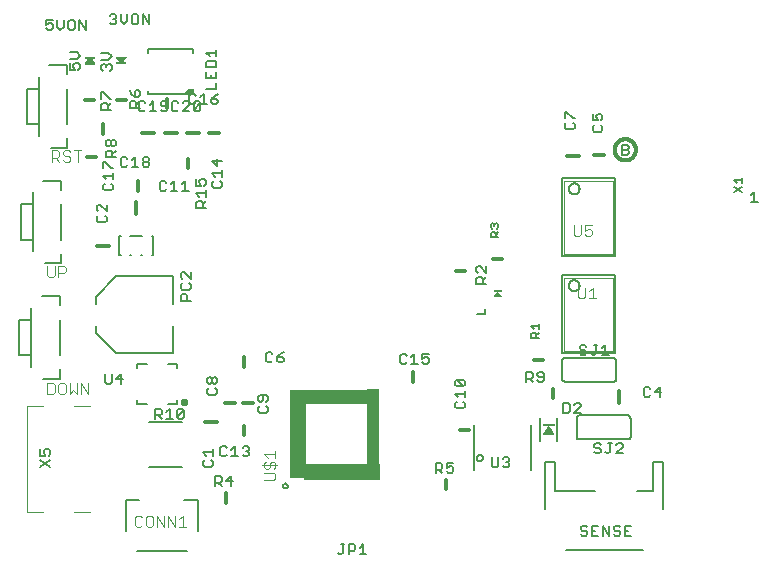
<source format=gbr>
G04 EAGLE Gerber RS-274X export*
G75*
%MOMM*%
%FSLAX34Y34*%
%LPD*%
%INSilkscreen Top*%
%IPPOS*%
%AMOC8*
5,1,8,0,0,1.08239X$1,22.5*%
G01*
%ADD10C,0.152400*%
%ADD11C,0.127000*%
%ADD12R,1.397000X7.556500*%
%ADD13R,6.477000X1.397000*%
%ADD14R,6.096000X1.270000*%
%ADD15R,1.016000X6.477000*%
%ADD16R,0.889000X0.190500*%
%ADD17C,0.304800*%
%ADD18C,0.177800*%
%ADD19C,0.203200*%
%ADD20C,0.076200*%
%ADD21C,0.101600*%
%ADD22C,0.050800*%
%ADD23R,1.000000X0.200000*%
%ADD24C,0.406400*%
%ADD25R,0.762000X0.127000*%

G36*
X80049Y416435D02*
X80049Y416435D01*
X80054Y416435D01*
X80170Y416461D01*
X80286Y416486D01*
X80290Y416488D01*
X80294Y416489D01*
X80396Y416550D01*
X80498Y416611D01*
X80501Y416614D01*
X80504Y416616D01*
X80619Y416738D01*
X84429Y421818D01*
X84437Y421834D01*
X84450Y421847D01*
X84494Y421943D01*
X84543Y422036D01*
X84546Y422054D01*
X84553Y422070D01*
X84565Y422175D01*
X84581Y422279D01*
X84578Y422297D01*
X84580Y422314D01*
X84558Y422417D01*
X84540Y422522D01*
X84532Y422537D01*
X84528Y422555D01*
X84474Y422645D01*
X84424Y422739D01*
X84411Y422751D01*
X84402Y422766D01*
X84322Y422835D01*
X84245Y422907D01*
X84228Y422914D01*
X84215Y422926D01*
X84117Y422965D01*
X84021Y423009D01*
X84003Y423011D01*
X83987Y423018D01*
X83820Y423036D01*
X76200Y423036D01*
X76182Y423033D01*
X76165Y423035D01*
X76061Y423014D01*
X75957Y422997D01*
X75942Y422988D01*
X75924Y422985D01*
X75833Y422931D01*
X75740Y422881D01*
X75728Y422869D01*
X75712Y422860D01*
X75643Y422780D01*
X75571Y422703D01*
X75563Y422687D01*
X75551Y422673D01*
X75511Y422576D01*
X75467Y422480D01*
X75465Y422462D01*
X75458Y422446D01*
X75451Y422340D01*
X75440Y422236D01*
X75444Y422218D01*
X75442Y422200D01*
X75470Y422098D01*
X75492Y421995D01*
X75501Y421980D01*
X75506Y421963D01*
X75591Y421818D01*
X79401Y416738D01*
X79404Y416735D01*
X79406Y416732D01*
X79493Y416650D01*
X79578Y416568D01*
X79582Y416566D01*
X79585Y416563D01*
X79694Y416513D01*
X79801Y416463D01*
X79805Y416463D01*
X79809Y416461D01*
X79927Y416448D01*
X80045Y416435D01*
X80049Y416435D01*
G37*
G36*
X57422Y416183D02*
X57422Y416183D01*
X57439Y416181D01*
X57543Y416202D01*
X57647Y416220D01*
X57662Y416228D01*
X57680Y416232D01*
X57771Y416285D01*
X57864Y416335D01*
X57876Y416347D01*
X57892Y416357D01*
X57961Y416436D01*
X58034Y416513D01*
X58041Y416529D01*
X58053Y416543D01*
X58093Y416640D01*
X58137Y416736D01*
X58139Y416754D01*
X58146Y416770D01*
X58153Y416876D01*
X58164Y416980D01*
X58160Y416998D01*
X58162Y417016D01*
X58134Y417118D01*
X58112Y417221D01*
X58103Y417236D01*
X58098Y417253D01*
X58013Y417398D01*
X54203Y422478D01*
X54200Y422481D01*
X54198Y422485D01*
X54111Y422566D01*
X54026Y422648D01*
X54022Y422650D01*
X54019Y422653D01*
X53910Y422703D01*
X53803Y422753D01*
X53799Y422753D01*
X53795Y422755D01*
X53677Y422768D01*
X53559Y422781D01*
X53555Y422781D01*
X53550Y422781D01*
X53434Y422755D01*
X53318Y422731D01*
X53314Y422728D01*
X53310Y422727D01*
X53208Y422666D01*
X53106Y422606D01*
X53103Y422602D01*
X53100Y422600D01*
X52985Y422478D01*
X49175Y417398D01*
X49167Y417382D01*
X49155Y417369D01*
X49110Y417273D01*
X49061Y417180D01*
X49058Y417162D01*
X49051Y417146D01*
X49039Y417041D01*
X49023Y416937D01*
X49026Y416919D01*
X49024Y416902D01*
X49046Y416799D01*
X49064Y416694D01*
X49072Y416679D01*
X49076Y416661D01*
X49130Y416571D01*
X49180Y416478D01*
X49193Y416465D01*
X49202Y416450D01*
X49282Y416381D01*
X49359Y416309D01*
X49376Y416302D01*
X49389Y416290D01*
X49487Y416251D01*
X49583Y416207D01*
X49601Y416205D01*
X49617Y416198D01*
X49784Y416180D01*
X57404Y416180D01*
X57422Y416183D01*
G37*
G36*
X141035Y390537D02*
X141035Y390537D01*
X141101Y390539D01*
X141144Y390557D01*
X141191Y390565D01*
X141248Y390599D01*
X141308Y390624D01*
X141343Y390655D01*
X141384Y390680D01*
X141426Y390731D01*
X141474Y390775D01*
X141496Y390817D01*
X141525Y390854D01*
X141546Y390916D01*
X141577Y390975D01*
X141585Y391029D01*
X141597Y391066D01*
X141596Y391106D01*
X141604Y391160D01*
X141604Y394970D01*
X141593Y395035D01*
X141591Y395101D01*
X141573Y395144D01*
X141565Y395191D01*
X141531Y395248D01*
X141506Y395308D01*
X141475Y395343D01*
X141450Y395384D01*
X141399Y395426D01*
X141355Y395474D01*
X141313Y395496D01*
X141276Y395525D01*
X141214Y395546D01*
X141155Y395577D01*
X141101Y395585D01*
X141064Y395597D01*
X141024Y395596D01*
X140970Y395604D01*
X137160Y395604D01*
X137118Y395597D01*
X137076Y395599D01*
X137009Y395577D01*
X136939Y395565D01*
X136903Y395543D01*
X136862Y395530D01*
X136789Y395476D01*
X136746Y395450D01*
X136743Y395447D01*
X136741Y395446D01*
X136731Y395433D01*
X136712Y395418D01*
X132902Y391608D01*
X132851Y391535D01*
X132795Y391466D01*
X132787Y391444D01*
X132773Y391424D01*
X132751Y391338D01*
X132723Y391254D01*
X132723Y391230D01*
X132718Y391207D01*
X132727Y391118D01*
X132729Y391029D01*
X132738Y391007D01*
X132741Y390984D01*
X132780Y390904D01*
X132814Y390822D01*
X132830Y390804D01*
X132840Y390783D01*
X132905Y390722D01*
X132965Y390656D01*
X132986Y390645D01*
X133003Y390629D01*
X133085Y390594D01*
X133165Y390553D01*
X133191Y390550D01*
X133210Y390541D01*
X133260Y390539D01*
X133350Y390526D01*
X140970Y390526D01*
X141035Y390537D01*
G37*
G36*
X444031Y104310D02*
X444031Y104310D01*
X444103Y104310D01*
X444171Y104330D01*
X444242Y104340D01*
X444307Y104369D01*
X444376Y104389D01*
X444436Y104427D01*
X444501Y104456D01*
X444556Y104502D01*
X444616Y104540D01*
X444664Y104594D01*
X444718Y104640D01*
X444758Y104699D01*
X444805Y104753D01*
X444836Y104817D01*
X444876Y104876D01*
X444897Y104945D01*
X444928Y105009D01*
X444940Y105079D01*
X444961Y105147D01*
X444963Y105219D01*
X444975Y105290D01*
X444967Y105360D01*
X444969Y105431D01*
X444950Y105501D01*
X444942Y105572D01*
X444917Y105627D01*
X444897Y105706D01*
X444836Y105809D01*
X444805Y105878D01*
X442805Y108878D01*
X442728Y108965D01*
X442655Y109055D01*
X442633Y109070D01*
X442615Y109090D01*
X442518Y109152D01*
X442423Y109219D01*
X442397Y109227D01*
X442375Y109242D01*
X442264Y109274D01*
X442154Y109312D01*
X442127Y109313D01*
X442102Y109320D01*
X441986Y109320D01*
X441870Y109326D01*
X441844Y109320D01*
X441817Y109320D01*
X441706Y109288D01*
X441593Y109262D01*
X441570Y109249D01*
X441544Y109241D01*
X441446Y109179D01*
X441345Y109123D01*
X441329Y109105D01*
X441304Y109090D01*
X441119Y108882D01*
X441115Y108878D01*
X439115Y105878D01*
X439084Y105814D01*
X439045Y105754D01*
X439023Y105686D01*
X438992Y105622D01*
X438980Y105551D01*
X438959Y105483D01*
X438957Y105412D01*
X438945Y105342D01*
X438953Y105270D01*
X438951Y105199D01*
X438969Y105130D01*
X438978Y105059D01*
X439005Y104993D01*
X439023Y104924D01*
X439060Y104863D01*
X439087Y104797D01*
X439132Y104741D01*
X439169Y104679D01*
X439220Y104630D01*
X439265Y104575D01*
X439324Y104534D01*
X439376Y104485D01*
X439439Y104452D01*
X439497Y104411D01*
X439565Y104388D01*
X439629Y104355D01*
X439688Y104345D01*
X439766Y104318D01*
X439885Y104312D01*
X439960Y104300D01*
X443960Y104300D01*
X444031Y104310D01*
G37*
G36*
X401349Y219716D02*
X401349Y219716D01*
X401379Y219713D01*
X401470Y219735D01*
X401563Y219751D01*
X401589Y219764D01*
X401618Y219771D01*
X401697Y219822D01*
X401780Y219866D01*
X401801Y219887D01*
X401826Y219903D01*
X401885Y219976D01*
X401950Y220044D01*
X401962Y220071D01*
X401981Y220094D01*
X402014Y220182D01*
X402053Y220267D01*
X402056Y220297D01*
X402067Y220324D01*
X402070Y220418D01*
X402080Y220511D01*
X402074Y220541D01*
X402075Y220570D01*
X402048Y220660D01*
X402028Y220752D01*
X402013Y220777D01*
X402004Y220806D01*
X401914Y220948D01*
X399374Y224123D01*
X399297Y224192D01*
X399224Y224265D01*
X399207Y224274D01*
X399192Y224287D01*
X399096Y224329D01*
X399004Y224375D01*
X398984Y224377D01*
X398966Y224385D01*
X398863Y224394D01*
X398760Y224408D01*
X398741Y224404D01*
X398721Y224406D01*
X398620Y224381D01*
X398518Y224362D01*
X398501Y224352D01*
X398482Y224348D01*
X398395Y224292D01*
X398304Y224241D01*
X398287Y224224D01*
X398274Y224216D01*
X398254Y224191D01*
X398186Y224123D01*
X395646Y220948D01*
X395631Y220922D01*
X395611Y220900D01*
X395571Y220815D01*
X395525Y220733D01*
X395519Y220704D01*
X395507Y220677D01*
X395497Y220584D01*
X395479Y220492D01*
X395483Y220462D01*
X395480Y220433D01*
X395500Y220341D01*
X395513Y220248D01*
X395526Y220221D01*
X395532Y220192D01*
X395580Y220112D01*
X395622Y220028D01*
X395643Y220007D01*
X395658Y219981D01*
X395730Y219920D01*
X395796Y219854D01*
X395822Y219841D01*
X395845Y219821D01*
X395932Y219786D01*
X396016Y219744D01*
X396046Y219740D01*
X396073Y219729D01*
X396240Y219711D01*
X401320Y219711D01*
X401349Y219716D01*
G37*
D10*
X613226Y305968D02*
X616107Y308849D01*
X616107Y300206D01*
X613226Y300206D02*
X618988Y300206D01*
D11*
X64340Y411015D02*
X62857Y412498D01*
X62857Y415464D01*
X64340Y416947D01*
X65823Y416947D01*
X67306Y415464D01*
X67306Y413981D01*
X67306Y415464D02*
X68789Y416947D01*
X70272Y416947D01*
X71755Y415464D01*
X71755Y412498D01*
X70272Y411015D01*
X68789Y420370D02*
X62857Y420370D01*
X68789Y420370D02*
X71755Y423336D01*
X68789Y426302D01*
X62857Y426302D01*
X36187Y417582D02*
X36187Y411650D01*
X40636Y411650D01*
X39153Y414616D01*
X39153Y416099D01*
X40636Y417582D01*
X43602Y417582D01*
X45085Y416099D01*
X45085Y413133D01*
X43602Y411650D01*
X42119Y421005D02*
X36187Y421005D01*
X42119Y421005D02*
X45085Y423971D01*
X42119Y426937D01*
X36187Y426937D01*
D12*
X229870Y103188D03*
D13*
X266700Y71120D03*
D14*
X262890Y135255D03*
D15*
X293370Y109220D03*
D16*
X53594Y421839D03*
D10*
X22062Y454159D02*
X16300Y454159D01*
X16300Y449838D01*
X19181Y451278D01*
X20622Y451278D01*
X22062Y449838D01*
X22062Y446957D01*
X20622Y445516D01*
X17741Y445516D01*
X16300Y446957D01*
X25655Y448397D02*
X25655Y454159D01*
X25655Y448397D02*
X28537Y445516D01*
X31418Y448397D01*
X31418Y454159D01*
X36451Y454159D02*
X39332Y454159D01*
X36451Y454159D02*
X35011Y452719D01*
X35011Y446957D01*
X36451Y445516D01*
X39332Y445516D01*
X40773Y446957D01*
X40773Y452719D01*
X39332Y454159D01*
X44366Y454159D02*
X44366Y445516D01*
X50128Y445516D02*
X44366Y454159D01*
X50128Y454159D02*
X50128Y445516D01*
D17*
X92710Y299720D02*
X92710Y289560D01*
D10*
X106930Y270990D02*
X106930Y254790D01*
X78490Y254790D02*
X78490Y270990D01*
X87490Y270990D02*
X97930Y270990D01*
X88430Y254790D02*
X87490Y254790D01*
X96990Y254790D02*
X97930Y254790D01*
X79430Y254790D02*
X78490Y254790D01*
X105990Y254790D02*
X106930Y254790D01*
X106930Y270990D02*
X105990Y270990D01*
X79430Y270990D02*
X78490Y270990D01*
D17*
X183515Y110680D02*
X183515Y102680D01*
D18*
X169551Y91700D02*
X168153Y93098D01*
X165357Y93098D01*
X163958Y91700D01*
X163958Y86107D01*
X165357Y84709D01*
X168153Y84709D01*
X169551Y86107D01*
X173314Y90302D02*
X176110Y93098D01*
X176110Y84709D01*
X173314Y84709D02*
X178906Y84709D01*
X182669Y91700D02*
X184067Y93098D01*
X186863Y93098D01*
X188262Y91700D01*
X188262Y90302D01*
X186863Y88904D01*
X185465Y88904D01*
X186863Y88904D02*
X188262Y87505D01*
X188262Y86107D01*
X186863Y84709D01*
X184067Y84709D01*
X182669Y86107D01*
D17*
X168275Y53530D02*
X168275Y45530D01*
D18*
X159344Y59309D02*
X159344Y67698D01*
X163538Y67698D01*
X164936Y66300D01*
X164936Y63504D01*
X163538Y62105D01*
X159344Y62105D01*
X162140Y62105D02*
X164936Y59309D01*
X172893Y59309D02*
X172893Y67698D01*
X168699Y63504D01*
X174292Y63504D01*
D19*
X378971Y73202D02*
X378971Y111202D01*
X426971Y111202D02*
X426971Y73202D01*
X381127Y83312D02*
X381129Y83412D01*
X381135Y83513D01*
X381145Y83612D01*
X381159Y83712D01*
X381176Y83811D01*
X381198Y83909D01*
X381224Y84006D01*
X381253Y84102D01*
X381286Y84196D01*
X381323Y84290D01*
X381363Y84382D01*
X381407Y84472D01*
X381455Y84560D01*
X381506Y84647D01*
X381560Y84731D01*
X381618Y84813D01*
X381679Y84893D01*
X381743Y84970D01*
X381810Y85045D01*
X381880Y85117D01*
X381953Y85186D01*
X382028Y85252D01*
X382106Y85316D01*
X382186Y85376D01*
X382269Y85433D01*
X382354Y85486D01*
X382441Y85536D01*
X382530Y85583D01*
X382620Y85626D01*
X382712Y85666D01*
X382806Y85702D01*
X382901Y85734D01*
X382997Y85762D01*
X383095Y85787D01*
X383193Y85807D01*
X383292Y85824D01*
X383392Y85837D01*
X383491Y85846D01*
X383592Y85851D01*
X383692Y85852D01*
X383792Y85849D01*
X383893Y85842D01*
X383992Y85831D01*
X384092Y85816D01*
X384190Y85798D01*
X384288Y85775D01*
X384385Y85748D01*
X384480Y85718D01*
X384575Y85684D01*
X384668Y85646D01*
X384759Y85605D01*
X384849Y85560D01*
X384937Y85512D01*
X385023Y85460D01*
X385107Y85405D01*
X385188Y85346D01*
X385267Y85284D01*
X385344Y85220D01*
X385418Y85152D01*
X385489Y85081D01*
X385558Y85008D01*
X385623Y84932D01*
X385686Y84853D01*
X385745Y84772D01*
X385801Y84689D01*
X385854Y84604D01*
X385903Y84516D01*
X385949Y84427D01*
X385991Y84336D01*
X386030Y84243D01*
X386065Y84149D01*
X386096Y84054D01*
X386124Y83957D01*
X386147Y83860D01*
X386167Y83761D01*
X386183Y83662D01*
X386195Y83563D01*
X386203Y83462D01*
X386207Y83362D01*
X386207Y83262D01*
X386203Y83162D01*
X386195Y83061D01*
X386183Y82962D01*
X386167Y82863D01*
X386147Y82764D01*
X386124Y82667D01*
X386096Y82570D01*
X386065Y82475D01*
X386030Y82381D01*
X385991Y82288D01*
X385949Y82197D01*
X385903Y82108D01*
X385854Y82020D01*
X385801Y81935D01*
X385745Y81852D01*
X385686Y81771D01*
X385623Y81692D01*
X385558Y81616D01*
X385489Y81543D01*
X385418Y81472D01*
X385344Y81404D01*
X385267Y81340D01*
X385188Y81278D01*
X385107Y81219D01*
X385023Y81164D01*
X384937Y81112D01*
X384849Y81064D01*
X384759Y81019D01*
X384668Y80978D01*
X384575Y80940D01*
X384480Y80906D01*
X384385Y80876D01*
X384288Y80849D01*
X384190Y80826D01*
X384092Y80808D01*
X383992Y80793D01*
X383893Y80782D01*
X383792Y80775D01*
X383692Y80772D01*
X383592Y80773D01*
X383491Y80778D01*
X383392Y80787D01*
X383292Y80800D01*
X383193Y80817D01*
X383095Y80837D01*
X382997Y80862D01*
X382901Y80890D01*
X382806Y80922D01*
X382712Y80958D01*
X382620Y80998D01*
X382530Y81041D01*
X382441Y81088D01*
X382354Y81138D01*
X382269Y81191D01*
X382186Y81248D01*
X382106Y81308D01*
X382028Y81372D01*
X381953Y81438D01*
X381880Y81507D01*
X381810Y81579D01*
X381743Y81654D01*
X381679Y81731D01*
X381618Y81811D01*
X381560Y81893D01*
X381506Y81977D01*
X381455Y82064D01*
X381407Y82152D01*
X381363Y82242D01*
X381323Y82334D01*
X381286Y82428D01*
X381253Y82522D01*
X381224Y82618D01*
X381198Y82715D01*
X381176Y82813D01*
X381159Y82912D01*
X381145Y83012D01*
X381135Y83111D01*
X381129Y83212D01*
X381127Y83312D01*
D18*
X393700Y83700D02*
X393700Y76709D01*
X395098Y75311D01*
X397895Y75311D01*
X399293Y76709D01*
X399293Y83700D01*
X403055Y82302D02*
X404453Y83700D01*
X407250Y83700D01*
X408648Y82302D01*
X408648Y80904D01*
X407250Y79506D01*
X405852Y79506D01*
X407250Y79506D02*
X408648Y78107D01*
X408648Y76709D01*
X407250Y75311D01*
X404453Y75311D01*
X403055Y76709D01*
D17*
X355219Y64833D02*
X355219Y56833D01*
D18*
X346288Y70612D02*
X346288Y79001D01*
X350482Y79001D01*
X351880Y77603D01*
X351880Y74807D01*
X350482Y73408D01*
X346288Y73408D01*
X349084Y73408D02*
X351880Y70612D01*
X355643Y79001D02*
X361236Y79001D01*
X355643Y79001D02*
X355643Y74807D01*
X358439Y76205D01*
X359837Y76205D01*
X361236Y74807D01*
X361236Y72010D01*
X359837Y70612D01*
X357041Y70612D01*
X355643Y72010D01*
D11*
X140920Y391210D02*
X140920Y394210D01*
X140920Y391210D02*
X102920Y391210D01*
X102920Y394210D01*
X140920Y426210D02*
X140920Y429210D01*
X102920Y429210D01*
X102920Y426210D01*
D18*
X152012Y395268D02*
X160401Y395268D01*
X160401Y400861D01*
X152012Y404623D02*
X152012Y410216D01*
X152012Y404623D02*
X160401Y404623D01*
X160401Y410216D01*
X156206Y407420D02*
X156206Y404623D01*
X152012Y413979D02*
X160401Y413979D01*
X160401Y418173D01*
X159003Y419571D01*
X153410Y419571D01*
X152012Y418173D01*
X152012Y413979D01*
X154808Y423334D02*
X152012Y426130D01*
X160401Y426130D01*
X160401Y423334D02*
X160401Y428927D01*
D11*
X217011Y59694D02*
X217013Y59784D01*
X217019Y59874D01*
X217029Y59963D01*
X217043Y60052D01*
X217061Y60140D01*
X217082Y60227D01*
X217108Y60313D01*
X217137Y60398D01*
X217170Y60482D01*
X217207Y60564D01*
X217247Y60644D01*
X217291Y60723D01*
X217338Y60799D01*
X217389Y60874D01*
X217442Y60946D01*
X217499Y61015D01*
X217559Y61082D01*
X217622Y61147D01*
X217688Y61208D01*
X217756Y61267D01*
X217827Y61322D01*
X217900Y61374D01*
X217976Y61423D01*
X218053Y61469D01*
X218133Y61511D01*
X218214Y61549D01*
X218297Y61584D01*
X218381Y61615D01*
X218467Y61643D01*
X218553Y61666D01*
X218641Y61686D01*
X218730Y61702D01*
X218819Y61714D01*
X218908Y61722D01*
X218998Y61726D01*
X219088Y61726D01*
X219178Y61722D01*
X219267Y61714D01*
X219356Y61702D01*
X219445Y61686D01*
X219533Y61666D01*
X219619Y61643D01*
X219705Y61615D01*
X219789Y61584D01*
X219872Y61549D01*
X219953Y61511D01*
X220033Y61469D01*
X220110Y61423D01*
X220186Y61374D01*
X220259Y61322D01*
X220330Y61267D01*
X220398Y61208D01*
X220464Y61147D01*
X220527Y61082D01*
X220587Y61015D01*
X220644Y60946D01*
X220697Y60874D01*
X220748Y60799D01*
X220795Y60723D01*
X220839Y60644D01*
X220879Y60564D01*
X220916Y60482D01*
X220949Y60398D01*
X220978Y60313D01*
X221004Y60227D01*
X221025Y60140D01*
X221043Y60052D01*
X221057Y59963D01*
X221067Y59874D01*
X221073Y59784D01*
X221075Y59694D01*
X221073Y59604D01*
X221067Y59514D01*
X221057Y59425D01*
X221043Y59336D01*
X221025Y59248D01*
X221004Y59161D01*
X220978Y59075D01*
X220949Y58990D01*
X220916Y58906D01*
X220879Y58824D01*
X220839Y58744D01*
X220795Y58665D01*
X220748Y58589D01*
X220697Y58514D01*
X220644Y58442D01*
X220587Y58373D01*
X220527Y58306D01*
X220464Y58241D01*
X220398Y58180D01*
X220330Y58121D01*
X220259Y58066D01*
X220186Y58014D01*
X220110Y57965D01*
X220033Y57919D01*
X219953Y57877D01*
X219872Y57839D01*
X219789Y57804D01*
X219705Y57773D01*
X219619Y57745D01*
X219533Y57722D01*
X219445Y57702D01*
X219356Y57686D01*
X219267Y57674D01*
X219178Y57666D01*
X219088Y57662D01*
X218998Y57662D01*
X218908Y57666D01*
X218819Y57674D01*
X218730Y57686D01*
X218641Y57702D01*
X218553Y57722D01*
X218467Y57745D01*
X218381Y57773D01*
X218297Y57804D01*
X218214Y57839D01*
X218133Y57877D01*
X218053Y57919D01*
X217976Y57965D01*
X217900Y58014D01*
X217827Y58066D01*
X217756Y58121D01*
X217688Y58180D01*
X217622Y58241D01*
X217559Y58306D01*
X217499Y58373D01*
X217442Y58442D01*
X217389Y58514D01*
X217338Y58589D01*
X217291Y58665D01*
X217247Y58744D01*
X217207Y58824D01*
X217170Y58906D01*
X217137Y58990D01*
X217108Y59075D01*
X217082Y59161D01*
X217061Y59248D01*
X217043Y59336D01*
X217029Y59425D01*
X217019Y59514D01*
X217013Y59604D01*
X217011Y59694D01*
D20*
X208944Y64625D02*
X201106Y64625D01*
X208944Y64625D02*
X210512Y66193D01*
X210512Y69328D01*
X208944Y70896D01*
X201106Y70896D01*
X208944Y73980D02*
X210512Y75548D01*
X210512Y78683D01*
X208944Y80251D01*
X207377Y80251D01*
X205809Y78683D01*
X205809Y75548D01*
X204241Y73980D01*
X202674Y73980D01*
X201106Y75548D01*
X201106Y78683D01*
X202674Y80251D01*
X199538Y77116D02*
X212080Y77116D01*
X204241Y83335D02*
X201106Y86471D01*
X210512Y86471D01*
X210512Y89606D02*
X210512Y83335D01*
D17*
X161036Y114137D02*
X150876Y114137D01*
D18*
X150616Y81588D02*
X149218Y80190D01*
X149218Y77394D01*
X150616Y75996D01*
X156209Y75996D01*
X157607Y77394D01*
X157607Y80190D01*
X156209Y81588D01*
X152014Y85351D02*
X149218Y88147D01*
X157607Y88147D01*
X157607Y85351D02*
X157607Y90943D01*
D17*
X183325Y129540D02*
X191325Y129540D01*
D18*
X195827Y125734D02*
X197225Y127132D01*
X195827Y125734D02*
X195827Y122937D01*
X197225Y121539D01*
X202818Y121539D01*
X204216Y122937D01*
X204216Y125734D01*
X202818Y127132D01*
X202818Y130894D02*
X204216Y132292D01*
X204216Y135089D01*
X202818Y136487D01*
X197225Y136487D01*
X195827Y135089D01*
X195827Y132292D01*
X197225Y130894D01*
X198623Y130894D01*
X200021Y132292D01*
X200021Y136487D01*
D17*
X176085Y129540D02*
X168085Y129540D01*
D18*
X154045Y142372D02*
X152647Y140974D01*
X152647Y138177D01*
X154045Y136779D01*
X159638Y136779D01*
X161036Y138177D01*
X161036Y140974D01*
X159638Y142372D01*
X154045Y146134D02*
X152647Y147532D01*
X152647Y150329D01*
X154045Y151727D01*
X155443Y151727D01*
X156841Y150329D01*
X158240Y151727D01*
X159638Y151727D01*
X161036Y150329D01*
X161036Y147532D01*
X159638Y146134D01*
X158240Y146134D01*
X156841Y147532D01*
X155443Y146134D01*
X154045Y146134D01*
X156841Y147532D02*
X156841Y150329D01*
D17*
X366704Y106598D02*
X374704Y106598D01*
D18*
X362696Y129462D02*
X364094Y130860D01*
X362696Y129462D02*
X362696Y126665D01*
X364094Y125267D01*
X369687Y125267D01*
X371085Y126665D01*
X371085Y129462D01*
X369687Y130860D01*
X365492Y134622D02*
X362696Y137419D01*
X371085Y137419D01*
X371085Y140215D02*
X371085Y134622D01*
X369687Y143978D02*
X364094Y143978D01*
X362696Y145376D01*
X362696Y148172D01*
X364094Y149570D01*
X369687Y149570D01*
X371085Y148172D01*
X371085Y145376D01*
X369687Y143978D01*
X364094Y149570D01*
D17*
X93980Y309690D02*
X93980Y317690D01*
D18*
X116844Y317888D02*
X118242Y316490D01*
X116844Y317888D02*
X114047Y317888D01*
X112649Y316490D01*
X112649Y310897D01*
X114047Y309499D01*
X116844Y309499D01*
X118242Y310897D01*
X122004Y315092D02*
X124801Y317888D01*
X124801Y309499D01*
X127597Y309499D02*
X122004Y309499D01*
X131359Y315092D02*
X134156Y317888D01*
X134156Y309499D01*
X136952Y309499D02*
X131359Y309499D01*
D17*
X154586Y358376D02*
X162586Y358376D01*
D18*
X158326Y317742D02*
X156928Y316344D01*
X156928Y313548D01*
X158326Y312149D01*
X163919Y312149D01*
X165317Y313548D01*
X165317Y316344D01*
X163919Y317742D01*
X159725Y321505D02*
X156928Y324301D01*
X165317Y324301D01*
X165317Y321505D02*
X165317Y327097D01*
X165317Y335054D02*
X156928Y335054D01*
X161123Y330860D01*
X161123Y336453D01*
D17*
X183778Y168709D02*
X183778Y160709D01*
D18*
X206642Y172717D02*
X208040Y171319D01*
X206642Y172717D02*
X203845Y172717D01*
X202447Y171319D01*
X202447Y165727D01*
X203845Y164328D01*
X206642Y164328D01*
X208040Y165727D01*
X214599Y171319D02*
X217395Y172717D01*
X214599Y171319D02*
X211802Y168523D01*
X211802Y165727D01*
X213200Y164328D01*
X215997Y164328D01*
X217395Y165727D01*
X217395Y167125D01*
X215997Y168523D01*
X211802Y168523D01*
D17*
X326662Y155892D02*
X326662Y147892D01*
D18*
X321588Y169932D02*
X320190Y171330D01*
X317394Y171330D01*
X315996Y169932D01*
X315996Y164339D01*
X317394Y162941D01*
X320190Y162941D01*
X321588Y164339D01*
X325351Y168534D02*
X328147Y171330D01*
X328147Y162941D01*
X325351Y162941D02*
X330943Y162941D01*
X334706Y171330D02*
X340299Y171330D01*
X334706Y171330D02*
X334706Y167136D01*
X337502Y168534D01*
X338900Y168534D01*
X340299Y167136D01*
X340299Y164339D01*
X338900Y162941D01*
X336104Y162941D01*
X334706Y164339D01*
D17*
X118872Y379286D02*
X118872Y387286D01*
D18*
X141736Y391294D02*
X143134Y389896D01*
X141736Y391294D02*
X138939Y391294D01*
X137541Y389896D01*
X137541Y384303D01*
X138939Y382905D01*
X141736Y382905D01*
X143134Y384303D01*
X146896Y388498D02*
X149693Y391294D01*
X149693Y382905D01*
X152489Y382905D02*
X146896Y382905D01*
X159048Y389896D02*
X161844Y391294D01*
X159048Y389896D02*
X156251Y387100D01*
X156251Y384303D01*
X157650Y382905D01*
X160446Y382905D01*
X161844Y384303D01*
X161844Y385701D01*
X160446Y387100D01*
X156251Y387100D01*
D17*
X58864Y338201D02*
X50864Y338201D01*
D18*
X66034Y315473D02*
X64636Y314075D01*
X64636Y311278D01*
X66034Y309880D01*
X71627Y309880D01*
X73025Y311278D01*
X73025Y314075D01*
X71627Y315473D01*
X67432Y319235D02*
X64636Y322032D01*
X73025Y322032D01*
X73025Y324828D02*
X73025Y319235D01*
X64636Y328590D02*
X64636Y334183D01*
X66034Y334183D01*
X71627Y328590D01*
X73025Y328590D01*
D17*
X136906Y328486D02*
X136906Y336486D01*
D18*
X143376Y295149D02*
X151765Y295149D01*
X143376Y295149D02*
X143376Y299344D01*
X144774Y300742D01*
X147570Y300742D01*
X148969Y299344D01*
X148969Y295149D01*
X148969Y297946D02*
X151765Y300742D01*
X146172Y304505D02*
X143376Y307301D01*
X151765Y307301D01*
X151765Y304505D02*
X151765Y310097D01*
X143376Y313860D02*
X143376Y319453D01*
X143376Y313860D02*
X147570Y313860D01*
X146172Y316656D01*
X146172Y318054D01*
X147570Y319453D01*
X150367Y319453D01*
X151765Y318054D01*
X151765Y315258D01*
X150367Y313860D01*
D17*
X107950Y358140D02*
X97790Y358140D01*
D18*
X83698Y338208D02*
X85096Y336810D01*
X83698Y338208D02*
X80902Y338208D01*
X79503Y336810D01*
X79503Y331217D01*
X80902Y329819D01*
X83698Y329819D01*
X85096Y331217D01*
X88859Y335412D02*
X91655Y338208D01*
X91655Y329819D01*
X88859Y329819D02*
X94451Y329819D01*
X98214Y336810D02*
X99612Y338208D01*
X102408Y338208D01*
X103807Y336810D01*
X103807Y335412D01*
X102408Y334014D01*
X103807Y332615D01*
X103807Y331217D01*
X102408Y329819D01*
X99612Y329819D01*
X98214Y331217D01*
X98214Y332615D01*
X99612Y334014D01*
X98214Y335412D01*
X98214Y336810D01*
X99612Y334014D02*
X102408Y334014D01*
D17*
X116840Y358140D02*
X127000Y358140D01*
D18*
X100336Y383800D02*
X98938Y385198D01*
X96142Y385198D01*
X94743Y383800D01*
X94743Y378207D01*
X96142Y376809D01*
X98938Y376809D01*
X100336Y378207D01*
X104099Y382402D02*
X106895Y385198D01*
X106895Y376809D01*
X104099Y376809D02*
X109691Y376809D01*
X113454Y378207D02*
X114852Y376809D01*
X117648Y376809D01*
X119047Y378207D01*
X119047Y383800D01*
X117648Y385198D01*
X114852Y385198D01*
X113454Y383800D01*
X113454Y382402D01*
X114852Y381004D01*
X119047Y381004D01*
D17*
X135890Y358140D02*
X146050Y358140D01*
D18*
X128276Y383800D02*
X126878Y385198D01*
X124082Y385198D01*
X122683Y383800D01*
X122683Y378207D01*
X124082Y376809D01*
X126878Y376809D01*
X128276Y378207D01*
X132039Y376809D02*
X137631Y376809D01*
X132039Y376809D02*
X137631Y382402D01*
X137631Y383800D01*
X136233Y385198D01*
X133437Y385198D01*
X132039Y383800D01*
X141394Y383800D02*
X141394Y378207D01*
X141394Y383800D02*
X142792Y385198D01*
X145588Y385198D01*
X146987Y383800D01*
X146987Y378207D01*
X145588Y376809D01*
X142792Y376809D01*
X141394Y378207D01*
X146987Y383800D01*
D19*
X131475Y75615D02*
X103475Y75615D01*
X103475Y113615D02*
X131475Y113615D01*
D18*
X108714Y116584D02*
X108714Y124973D01*
X112909Y124973D01*
X114307Y123575D01*
X114307Y120779D01*
X112909Y119380D01*
X108714Y119380D01*
X111510Y119380D02*
X114307Y116584D01*
X118069Y122177D02*
X120866Y124973D01*
X120866Y116584D01*
X123662Y116584D02*
X118069Y116584D01*
X127424Y117982D02*
X127424Y123575D01*
X128823Y124973D01*
X131619Y124973D01*
X133017Y123575D01*
X133017Y117982D01*
X131619Y116584D01*
X128823Y116584D01*
X127424Y117982D01*
X133017Y123575D01*
D21*
X53500Y127250D02*
X40000Y127250D01*
X40000Y37850D02*
X53500Y37850D01*
X0Y37850D02*
X0Y127250D01*
X13500Y127250D01*
X13500Y37850D02*
X0Y37850D01*
D18*
X11482Y75779D02*
X19871Y81372D01*
X19871Y75779D02*
X11482Y81372D01*
X11482Y85134D02*
X11482Y90727D01*
X11482Y85134D02*
X15676Y85134D01*
X14278Y87931D01*
X14278Y89329D01*
X15676Y90727D01*
X18473Y90727D01*
X19871Y89329D01*
X19871Y86532D01*
X18473Y85134D01*
D10*
X19130Y416000D02*
X34130Y416000D01*
X34130Y408000D01*
X34130Y396000D02*
X34130Y366000D01*
X34130Y354000D02*
X34130Y346000D01*
X20130Y346000D01*
X10130Y396000D02*
X10130Y406000D01*
X10130Y396000D02*
X10130Y366000D01*
X10130Y356000D01*
X10130Y396000D02*
X130Y396000D01*
X130Y366000D01*
X10130Y366000D01*
D20*
X21301Y343697D02*
X21301Y334291D01*
X21301Y343697D02*
X26004Y343697D01*
X27572Y342129D01*
X27572Y338994D01*
X26004Y337426D01*
X21301Y337426D01*
X24436Y337426D02*
X27572Y334291D01*
X36927Y342129D02*
X35359Y343697D01*
X32224Y343697D01*
X30656Y342129D01*
X30656Y340562D01*
X32224Y338994D01*
X35359Y338994D01*
X36927Y337426D01*
X36927Y335859D01*
X35359Y334291D01*
X32224Y334291D01*
X30656Y335859D01*
X43147Y334291D02*
X43147Y343697D01*
X46282Y343697D02*
X40011Y343697D01*
D10*
X29050Y318210D02*
X14050Y318210D01*
X29050Y318210D02*
X29050Y310210D01*
X29050Y298210D02*
X29050Y268210D01*
X29050Y256210D02*
X29050Y248210D01*
X15050Y248210D01*
X5050Y298210D02*
X5050Y308210D01*
X5050Y298210D02*
X5050Y268210D01*
X5050Y258210D01*
X5050Y298210D02*
X-4950Y298210D01*
X-4950Y268210D01*
X5050Y268210D01*
D20*
X17491Y245907D02*
X17491Y238069D01*
X19059Y236501D01*
X22194Y236501D01*
X23762Y238069D01*
X23762Y245907D01*
X26846Y245907D02*
X26846Y236501D01*
X26846Y245907D02*
X31549Y245907D01*
X33117Y244339D01*
X33117Y241204D01*
X31549Y239636D01*
X26846Y239636D01*
D10*
X27780Y220420D02*
X12780Y220420D01*
X27780Y220420D02*
X27780Y212420D01*
X27780Y200420D02*
X27780Y170420D01*
X27780Y158420D02*
X27780Y150420D01*
X13780Y150420D01*
X3780Y200420D02*
X3780Y210420D01*
X3780Y200420D02*
X3780Y170420D01*
X3780Y160420D01*
X3780Y200420D02*
X-6220Y200420D01*
X-6220Y170420D01*
X3780Y170420D01*
D20*
X17491Y146847D02*
X17491Y137441D01*
X22194Y137441D01*
X23762Y139009D01*
X23762Y145279D01*
X22194Y146847D01*
X17491Y146847D01*
X28414Y146847D02*
X31549Y146847D01*
X28414Y146847D02*
X26846Y145279D01*
X26846Y139009D01*
X28414Y137441D01*
X31549Y137441D01*
X33117Y139009D01*
X33117Y145279D01*
X31549Y146847D01*
X36201Y146847D02*
X36201Y137441D01*
X39337Y140576D01*
X42472Y137441D01*
X42472Y146847D01*
X45557Y146847D02*
X45557Y137441D01*
X51827Y137441D02*
X45557Y146847D01*
X51827Y146847D02*
X51827Y137441D01*
D16*
X80010Y417378D03*
D18*
X70104Y457460D02*
X71502Y458858D01*
X74299Y458858D01*
X75697Y457460D01*
X75697Y456062D01*
X74299Y454664D01*
X72900Y454664D01*
X74299Y454664D02*
X75697Y453265D01*
X75697Y451867D01*
X74299Y450469D01*
X71502Y450469D01*
X70104Y451867D01*
X79459Y453265D02*
X79459Y458858D01*
X79459Y453265D02*
X82256Y450469D01*
X85052Y453265D01*
X85052Y458858D01*
X90213Y458858D02*
X93009Y458858D01*
X90213Y458858D02*
X88814Y457460D01*
X88814Y451867D01*
X90213Y450469D01*
X93009Y450469D01*
X94407Y451867D01*
X94407Y457460D01*
X93009Y458858D01*
X98170Y458858D02*
X98170Y450469D01*
X103762Y450469D02*
X98170Y458858D01*
X103762Y458858D02*
X103762Y450469D01*
D17*
X363030Y241300D02*
X371030Y241300D01*
D18*
X380612Y230759D02*
X389001Y230759D01*
X380612Y230759D02*
X380612Y234954D01*
X382010Y236352D01*
X384806Y236352D01*
X386205Y234954D01*
X386205Y230759D01*
X386205Y233555D02*
X389001Y236352D01*
X389001Y240114D02*
X389001Y245707D01*
X389001Y240114D02*
X383408Y245707D01*
X382010Y245707D01*
X380612Y244309D01*
X380612Y241512D01*
X382010Y240114D01*
D17*
X84010Y386080D02*
X76010Y386080D01*
D18*
X87242Y379689D02*
X95631Y379689D01*
X87242Y379689D02*
X87242Y383883D01*
X88640Y385281D01*
X91436Y385281D01*
X92835Y383883D01*
X92835Y379689D01*
X92835Y382485D02*
X95631Y385281D01*
X88640Y391840D02*
X87242Y394637D01*
X88640Y391840D02*
X91436Y389044D01*
X94233Y389044D01*
X95631Y390442D01*
X95631Y393238D01*
X94233Y394637D01*
X92835Y394637D01*
X91436Y393238D01*
X91436Y389044D01*
D17*
X57340Y386080D02*
X49340Y386080D01*
D18*
X63112Y378079D02*
X71501Y378079D01*
X63112Y378079D02*
X63112Y382274D01*
X64510Y383672D01*
X67306Y383672D01*
X68705Y382274D01*
X68705Y378079D01*
X68705Y380875D02*
X71501Y383672D01*
X63112Y387434D02*
X63112Y393027D01*
X64510Y393027D01*
X70103Y387434D01*
X71501Y387434D01*
D17*
X69850Y262890D02*
X59690Y262890D01*
D18*
X59302Y287024D02*
X60700Y288422D01*
X59302Y287024D02*
X59302Y284227D01*
X60700Y282829D01*
X66293Y282829D01*
X67691Y284227D01*
X67691Y287024D01*
X66293Y288422D01*
X67691Y292184D02*
X67691Y297777D01*
X67691Y292184D02*
X62098Y297777D01*
X60700Y297777D01*
X59302Y296379D01*
X59302Y293582D01*
X60700Y292184D01*
D19*
X123940Y194970D02*
X123940Y171970D01*
X75940Y171970D01*
X58940Y188970D01*
X58940Y194970D01*
X58940Y213970D02*
X58940Y219970D01*
X75940Y236970D01*
X123940Y236970D01*
X123940Y213970D01*
D18*
X130262Y216383D02*
X138651Y216383D01*
X130262Y216383D02*
X130262Y220578D01*
X131660Y221976D01*
X134456Y221976D01*
X135855Y220578D01*
X135855Y216383D01*
X130262Y229933D02*
X131660Y231331D01*
X130262Y229933D02*
X130262Y227137D01*
X131660Y225739D01*
X137253Y225739D01*
X138651Y227137D01*
X138651Y229933D01*
X137253Y231331D01*
X138651Y235094D02*
X138651Y240687D01*
X138651Y235094D02*
X133058Y240687D01*
X131660Y240687D01*
X130262Y239288D01*
X130262Y236492D01*
X131660Y235094D01*
D17*
X64770Y357950D02*
X64770Y365950D01*
D18*
X66922Y337779D02*
X75311Y337779D01*
X66922Y337779D02*
X66922Y341973D01*
X68320Y343371D01*
X71116Y343371D01*
X72515Y341973D01*
X72515Y337779D01*
X72515Y340575D02*
X75311Y343371D01*
X68320Y347134D02*
X66922Y348532D01*
X66922Y351328D01*
X68320Y352727D01*
X69718Y352727D01*
X71116Y351328D01*
X72515Y352727D01*
X73913Y352727D01*
X75311Y351328D01*
X75311Y348532D01*
X73913Y347134D01*
X72515Y347134D01*
X71116Y348532D01*
X69718Y347134D01*
X68320Y347134D01*
X71116Y348532D02*
X71116Y351328D01*
D10*
X452787Y238251D02*
X452787Y171959D01*
X498443Y171959D01*
X498443Y238251D01*
X452787Y238251D01*
D22*
X455073Y235965D02*
X455073Y174245D01*
X496157Y174245D01*
X496157Y235965D01*
X455073Y235965D01*
D10*
X458851Y229361D02*
X458853Y229496D01*
X458859Y229631D01*
X458869Y229765D01*
X458883Y229899D01*
X458901Y230033D01*
X458922Y230166D01*
X458948Y230298D01*
X458978Y230430D01*
X459011Y230561D01*
X459048Y230690D01*
X459090Y230819D01*
X459134Y230946D01*
X459183Y231072D01*
X459235Y231196D01*
X459291Y231319D01*
X459351Y231440D01*
X459414Y231559D01*
X459480Y231676D01*
X459550Y231791D01*
X459624Y231905D01*
X459701Y232016D01*
X459780Y232124D01*
X459864Y232230D01*
X459950Y232334D01*
X460039Y232435D01*
X460131Y232534D01*
X460226Y232629D01*
X460324Y232722D01*
X460424Y232812D01*
X460527Y232899D01*
X460633Y232983D01*
X460741Y233064D01*
X460851Y233141D01*
X460964Y233215D01*
X461079Y233286D01*
X461196Y233354D01*
X461314Y233418D01*
X461435Y233478D01*
X461557Y233535D01*
X461681Y233588D01*
X461807Y233638D01*
X461933Y233684D01*
X462062Y233726D01*
X462191Y233764D01*
X462321Y233798D01*
X462453Y233829D01*
X462585Y233856D01*
X462718Y233878D01*
X462851Y233897D01*
X462985Y233912D01*
X463120Y233923D01*
X463254Y233930D01*
X463389Y233933D01*
X463524Y233932D01*
X463659Y233927D01*
X463793Y233918D01*
X463928Y233905D01*
X464062Y233888D01*
X464195Y233867D01*
X464327Y233843D01*
X464459Y233814D01*
X464590Y233782D01*
X464720Y233745D01*
X464849Y233705D01*
X464976Y233661D01*
X465102Y233613D01*
X465227Y233562D01*
X465350Y233507D01*
X465472Y233448D01*
X465591Y233386D01*
X465709Y233320D01*
X465825Y233251D01*
X465938Y233179D01*
X466050Y233103D01*
X466159Y233024D01*
X466266Y232942D01*
X466370Y232856D01*
X466472Y232768D01*
X466571Y232676D01*
X466668Y232582D01*
X466761Y232485D01*
X466852Y232385D01*
X466940Y232283D01*
X467024Y232178D01*
X467106Y232070D01*
X467184Y231960D01*
X467259Y231848D01*
X467331Y231734D01*
X467399Y231618D01*
X467464Y231499D01*
X467525Y231379D01*
X467583Y231257D01*
X467637Y231134D01*
X467688Y231009D01*
X467734Y230882D01*
X467777Y230755D01*
X467817Y230626D01*
X467852Y230495D01*
X467884Y230364D01*
X467911Y230232D01*
X467935Y230100D01*
X467955Y229966D01*
X467971Y229832D01*
X467983Y229698D01*
X467991Y229563D01*
X467995Y229428D01*
X467995Y229294D01*
X467991Y229159D01*
X467983Y229024D01*
X467971Y228890D01*
X467955Y228756D01*
X467935Y228622D01*
X467911Y228490D01*
X467884Y228358D01*
X467852Y228227D01*
X467817Y228096D01*
X467777Y227967D01*
X467734Y227840D01*
X467688Y227713D01*
X467637Y227588D01*
X467583Y227465D01*
X467525Y227343D01*
X467464Y227223D01*
X467399Y227104D01*
X467331Y226988D01*
X467259Y226874D01*
X467184Y226762D01*
X467106Y226652D01*
X467024Y226544D01*
X466940Y226439D01*
X466852Y226337D01*
X466761Y226237D01*
X466668Y226140D01*
X466571Y226046D01*
X466472Y225954D01*
X466370Y225866D01*
X466266Y225780D01*
X466159Y225698D01*
X466050Y225619D01*
X465938Y225543D01*
X465825Y225471D01*
X465709Y225402D01*
X465591Y225336D01*
X465472Y225274D01*
X465350Y225215D01*
X465227Y225160D01*
X465102Y225109D01*
X464976Y225061D01*
X464849Y225017D01*
X464720Y224977D01*
X464590Y224940D01*
X464459Y224908D01*
X464327Y224879D01*
X464195Y224855D01*
X464062Y224834D01*
X463928Y224817D01*
X463793Y224804D01*
X463659Y224795D01*
X463524Y224790D01*
X463389Y224789D01*
X463254Y224792D01*
X463120Y224799D01*
X462985Y224810D01*
X462851Y224825D01*
X462718Y224844D01*
X462585Y224866D01*
X462453Y224893D01*
X462321Y224924D01*
X462191Y224958D01*
X462062Y224996D01*
X461933Y225038D01*
X461807Y225084D01*
X461681Y225134D01*
X461557Y225187D01*
X461435Y225244D01*
X461314Y225304D01*
X461196Y225368D01*
X461079Y225436D01*
X460964Y225507D01*
X460851Y225581D01*
X460741Y225658D01*
X460633Y225739D01*
X460527Y225823D01*
X460424Y225910D01*
X460324Y226000D01*
X460226Y226093D01*
X460131Y226188D01*
X460039Y226287D01*
X459950Y226388D01*
X459864Y226492D01*
X459780Y226598D01*
X459701Y226706D01*
X459624Y226817D01*
X459550Y226931D01*
X459480Y227046D01*
X459414Y227163D01*
X459351Y227282D01*
X459291Y227403D01*
X459235Y227526D01*
X459183Y227650D01*
X459134Y227776D01*
X459090Y227903D01*
X459048Y228032D01*
X459011Y228161D01*
X458978Y228292D01*
X458948Y228424D01*
X458922Y228556D01*
X458901Y228689D01*
X458883Y228823D01*
X458869Y228957D01*
X458859Y229091D01*
X458853Y229226D01*
X458851Y229361D01*
D21*
X466725Y227591D02*
X466725Y219964D01*
X468250Y218439D01*
X471301Y218439D01*
X472826Y219964D01*
X472826Y227591D01*
X476080Y224540D02*
X479131Y227591D01*
X479131Y218439D01*
X482181Y218439D02*
X476080Y218439D01*
D10*
X452787Y253874D02*
X452787Y320166D01*
X452787Y253874D02*
X498443Y253874D01*
X498443Y320166D01*
X452787Y320166D01*
D22*
X455073Y317880D02*
X455073Y256160D01*
X496157Y256160D01*
X496157Y317880D01*
X455073Y317880D01*
D10*
X458851Y311276D02*
X458853Y311411D01*
X458859Y311546D01*
X458869Y311680D01*
X458883Y311814D01*
X458901Y311948D01*
X458922Y312081D01*
X458948Y312213D01*
X458978Y312345D01*
X459011Y312476D01*
X459048Y312605D01*
X459090Y312734D01*
X459134Y312861D01*
X459183Y312987D01*
X459235Y313111D01*
X459291Y313234D01*
X459351Y313355D01*
X459414Y313474D01*
X459480Y313591D01*
X459550Y313706D01*
X459624Y313820D01*
X459701Y313931D01*
X459780Y314039D01*
X459864Y314145D01*
X459950Y314249D01*
X460039Y314350D01*
X460131Y314449D01*
X460226Y314544D01*
X460324Y314637D01*
X460424Y314727D01*
X460527Y314814D01*
X460633Y314898D01*
X460741Y314979D01*
X460851Y315056D01*
X460964Y315130D01*
X461079Y315201D01*
X461196Y315269D01*
X461314Y315333D01*
X461435Y315393D01*
X461557Y315450D01*
X461681Y315503D01*
X461807Y315553D01*
X461933Y315599D01*
X462062Y315641D01*
X462191Y315679D01*
X462321Y315713D01*
X462453Y315744D01*
X462585Y315771D01*
X462718Y315793D01*
X462851Y315812D01*
X462985Y315827D01*
X463120Y315838D01*
X463254Y315845D01*
X463389Y315848D01*
X463524Y315847D01*
X463659Y315842D01*
X463793Y315833D01*
X463928Y315820D01*
X464062Y315803D01*
X464195Y315782D01*
X464327Y315758D01*
X464459Y315729D01*
X464590Y315697D01*
X464720Y315660D01*
X464849Y315620D01*
X464976Y315576D01*
X465102Y315528D01*
X465227Y315477D01*
X465350Y315422D01*
X465472Y315363D01*
X465591Y315301D01*
X465709Y315235D01*
X465825Y315166D01*
X465938Y315094D01*
X466050Y315018D01*
X466159Y314939D01*
X466266Y314857D01*
X466370Y314771D01*
X466472Y314683D01*
X466571Y314591D01*
X466668Y314497D01*
X466761Y314400D01*
X466852Y314300D01*
X466940Y314198D01*
X467024Y314093D01*
X467106Y313985D01*
X467184Y313875D01*
X467259Y313763D01*
X467331Y313649D01*
X467399Y313533D01*
X467464Y313414D01*
X467525Y313294D01*
X467583Y313172D01*
X467637Y313049D01*
X467688Y312924D01*
X467734Y312797D01*
X467777Y312670D01*
X467817Y312541D01*
X467852Y312410D01*
X467884Y312279D01*
X467911Y312147D01*
X467935Y312015D01*
X467955Y311881D01*
X467971Y311747D01*
X467983Y311613D01*
X467991Y311478D01*
X467995Y311343D01*
X467995Y311209D01*
X467991Y311074D01*
X467983Y310939D01*
X467971Y310805D01*
X467955Y310671D01*
X467935Y310537D01*
X467911Y310405D01*
X467884Y310273D01*
X467852Y310142D01*
X467817Y310011D01*
X467777Y309882D01*
X467734Y309755D01*
X467688Y309628D01*
X467637Y309503D01*
X467583Y309380D01*
X467525Y309258D01*
X467464Y309138D01*
X467399Y309019D01*
X467331Y308903D01*
X467259Y308789D01*
X467184Y308677D01*
X467106Y308567D01*
X467024Y308459D01*
X466940Y308354D01*
X466852Y308252D01*
X466761Y308152D01*
X466668Y308055D01*
X466571Y307961D01*
X466472Y307869D01*
X466370Y307781D01*
X466266Y307695D01*
X466159Y307613D01*
X466050Y307534D01*
X465938Y307458D01*
X465825Y307386D01*
X465709Y307317D01*
X465591Y307251D01*
X465472Y307189D01*
X465350Y307130D01*
X465227Y307075D01*
X465102Y307024D01*
X464976Y306976D01*
X464849Y306932D01*
X464720Y306892D01*
X464590Y306855D01*
X464459Y306823D01*
X464327Y306794D01*
X464195Y306770D01*
X464062Y306749D01*
X463928Y306732D01*
X463793Y306719D01*
X463659Y306710D01*
X463524Y306705D01*
X463389Y306704D01*
X463254Y306707D01*
X463120Y306714D01*
X462985Y306725D01*
X462851Y306740D01*
X462718Y306759D01*
X462585Y306781D01*
X462453Y306808D01*
X462321Y306839D01*
X462191Y306873D01*
X462062Y306911D01*
X461933Y306953D01*
X461807Y306999D01*
X461681Y307049D01*
X461557Y307102D01*
X461435Y307159D01*
X461314Y307219D01*
X461196Y307283D01*
X461079Y307351D01*
X460964Y307422D01*
X460851Y307496D01*
X460741Y307573D01*
X460633Y307654D01*
X460527Y307738D01*
X460424Y307825D01*
X460324Y307915D01*
X460226Y308008D01*
X460131Y308103D01*
X460039Y308202D01*
X459950Y308303D01*
X459864Y308407D01*
X459780Y308513D01*
X459701Y308621D01*
X459624Y308732D01*
X459550Y308846D01*
X459480Y308961D01*
X459414Y309078D01*
X459351Y309197D01*
X459291Y309318D01*
X459235Y309441D01*
X459183Y309565D01*
X459134Y309691D01*
X459090Y309818D01*
X459048Y309947D01*
X459011Y310076D01*
X458978Y310207D01*
X458948Y310339D01*
X458922Y310471D01*
X458901Y310604D01*
X458883Y310738D01*
X458869Y310872D01*
X458859Y311006D01*
X458853Y311141D01*
X458851Y311276D01*
D21*
X462915Y280296D02*
X462915Y272669D01*
X464440Y271144D01*
X467491Y271144D01*
X469016Y272669D01*
X469016Y280296D01*
X472270Y280296D02*
X478371Y280296D01*
X472270Y280296D02*
X472270Y275720D01*
X475321Y277245D01*
X476846Y277245D01*
X478371Y275720D01*
X478371Y272669D01*
X476846Y271144D01*
X473795Y271144D01*
X472270Y272669D01*
D19*
X455930Y147955D02*
X496570Y147955D01*
X499110Y165735D02*
X499108Y165835D01*
X499102Y165934D01*
X499092Y166034D01*
X499079Y166132D01*
X499061Y166231D01*
X499040Y166328D01*
X499015Y166424D01*
X498986Y166520D01*
X498953Y166614D01*
X498917Y166707D01*
X498877Y166798D01*
X498833Y166888D01*
X498786Y166976D01*
X498736Y167062D01*
X498682Y167146D01*
X498625Y167228D01*
X498565Y167307D01*
X498501Y167385D01*
X498435Y167459D01*
X498366Y167531D01*
X498294Y167600D01*
X498220Y167666D01*
X498142Y167730D01*
X498063Y167790D01*
X497981Y167847D01*
X497897Y167901D01*
X497811Y167951D01*
X497723Y167998D01*
X497633Y168042D01*
X497542Y168082D01*
X497449Y168118D01*
X497355Y168151D01*
X497259Y168180D01*
X497163Y168205D01*
X497066Y168226D01*
X496967Y168244D01*
X496869Y168257D01*
X496769Y168267D01*
X496670Y168273D01*
X496570Y168275D01*
X455930Y168275D02*
X455830Y168273D01*
X455731Y168267D01*
X455631Y168257D01*
X455533Y168244D01*
X455434Y168226D01*
X455337Y168205D01*
X455241Y168180D01*
X455145Y168151D01*
X455051Y168118D01*
X454958Y168082D01*
X454867Y168042D01*
X454777Y167998D01*
X454689Y167951D01*
X454603Y167901D01*
X454519Y167847D01*
X454437Y167790D01*
X454358Y167730D01*
X454280Y167666D01*
X454206Y167600D01*
X454134Y167531D01*
X454065Y167459D01*
X453999Y167385D01*
X453935Y167307D01*
X453875Y167228D01*
X453818Y167146D01*
X453764Y167062D01*
X453714Y166976D01*
X453667Y166888D01*
X453623Y166798D01*
X453583Y166707D01*
X453547Y166614D01*
X453514Y166520D01*
X453485Y166424D01*
X453460Y166328D01*
X453439Y166231D01*
X453421Y166132D01*
X453408Y166034D01*
X453398Y165934D01*
X453392Y165835D01*
X453390Y165735D01*
X453390Y150495D02*
X453392Y150395D01*
X453398Y150296D01*
X453408Y150196D01*
X453421Y150098D01*
X453439Y149999D01*
X453460Y149902D01*
X453485Y149806D01*
X453514Y149710D01*
X453547Y149616D01*
X453583Y149523D01*
X453623Y149432D01*
X453667Y149342D01*
X453714Y149254D01*
X453764Y149168D01*
X453818Y149084D01*
X453875Y149002D01*
X453935Y148923D01*
X453999Y148845D01*
X454065Y148771D01*
X454134Y148699D01*
X454206Y148630D01*
X454280Y148564D01*
X454358Y148500D01*
X454437Y148440D01*
X454519Y148383D01*
X454603Y148329D01*
X454689Y148279D01*
X454777Y148232D01*
X454867Y148188D01*
X454958Y148148D01*
X455051Y148112D01*
X455145Y148079D01*
X455241Y148050D01*
X455337Y148025D01*
X455434Y148004D01*
X455533Y147986D01*
X455631Y147973D01*
X455731Y147963D01*
X455830Y147957D01*
X455930Y147955D01*
X496570Y147955D02*
X496670Y147957D01*
X496769Y147963D01*
X496869Y147973D01*
X496967Y147986D01*
X497066Y148004D01*
X497163Y148025D01*
X497259Y148050D01*
X497355Y148079D01*
X497449Y148112D01*
X497542Y148148D01*
X497633Y148188D01*
X497723Y148232D01*
X497811Y148279D01*
X497897Y148329D01*
X497981Y148383D01*
X498063Y148440D01*
X498142Y148500D01*
X498220Y148564D01*
X498294Y148630D01*
X498366Y148699D01*
X498435Y148771D01*
X498501Y148845D01*
X498565Y148923D01*
X498625Y149002D01*
X498682Y149084D01*
X498736Y149168D01*
X498786Y149254D01*
X498833Y149342D01*
X498877Y149432D01*
X498917Y149523D01*
X498953Y149616D01*
X498986Y149710D01*
X499015Y149806D01*
X499040Y149902D01*
X499061Y149999D01*
X499079Y150098D01*
X499092Y150196D01*
X499102Y150296D01*
X499108Y150395D01*
X499110Y150495D01*
X499110Y165735D01*
X453390Y165735D02*
X453390Y150495D01*
X455930Y168275D02*
X496570Y168275D01*
D18*
X473842Y177425D02*
X472444Y178823D01*
X469647Y178823D01*
X468249Y177425D01*
X468249Y176027D01*
X469647Y174629D01*
X472444Y174629D01*
X473842Y173230D01*
X473842Y171832D01*
X472444Y170434D01*
X469647Y170434D01*
X468249Y171832D01*
X477604Y171832D02*
X479002Y170434D01*
X480401Y170434D01*
X481799Y171832D01*
X481799Y178823D01*
X480401Y178823D02*
X483197Y178823D01*
X486959Y176027D02*
X489756Y178823D01*
X489756Y170434D01*
X492552Y170434D02*
X486959Y170434D01*
D10*
X84300Y47540D02*
X84300Y21540D01*
X84300Y47540D02*
X95300Y47540D01*
X133300Y47540D02*
X145300Y47540D01*
X145300Y21540D01*
X135300Y4540D02*
X93300Y4540D01*
D20*
X97812Y32929D02*
X96244Y34497D01*
X93109Y34497D01*
X91541Y32929D01*
X91541Y26659D01*
X93109Y25091D01*
X96244Y25091D01*
X97812Y26659D01*
X102464Y34497D02*
X105599Y34497D01*
X102464Y34497D02*
X100896Y32929D01*
X100896Y26659D01*
X102464Y25091D01*
X105599Y25091D01*
X107167Y26659D01*
X107167Y32929D01*
X105599Y34497D01*
X110251Y34497D02*
X110251Y25091D01*
X116522Y25091D02*
X110251Y34497D01*
X116522Y34497D02*
X116522Y25091D01*
X119607Y25091D02*
X119607Y34497D01*
X125877Y25091D01*
X125877Y34497D01*
X128962Y31362D02*
X132097Y34497D01*
X132097Y25091D01*
X128962Y25091D02*
X135232Y25091D01*
D17*
X501015Y130175D02*
X501015Y140335D01*
D18*
X526419Y143263D02*
X527817Y141865D01*
X526419Y143263D02*
X523622Y143263D01*
X522224Y141865D01*
X522224Y136272D01*
X523622Y134874D01*
X526419Y134874D01*
X527817Y136272D01*
X535774Y134874D02*
X535774Y143263D01*
X531579Y139069D01*
X537172Y139069D01*
D19*
X521450Y5085D02*
X456450Y5085D01*
X438950Y40085D02*
X438950Y80085D01*
X447450Y80085D01*
X447450Y55085D01*
X481450Y55085D01*
X516450Y55085D02*
X530450Y55085D01*
X530450Y80085D01*
X538950Y80085D01*
X538950Y40085D01*
D18*
X474531Y24550D02*
X473133Y25948D01*
X470336Y25948D01*
X468938Y24550D01*
X468938Y23152D01*
X470336Y21754D01*
X473133Y21754D01*
X474531Y20355D01*
X474531Y18957D01*
X473133Y17559D01*
X470336Y17559D01*
X468938Y18957D01*
X478293Y25948D02*
X483886Y25948D01*
X478293Y25948D02*
X478293Y17559D01*
X483886Y17559D01*
X481090Y21754D02*
X478293Y21754D01*
X487648Y17559D02*
X487648Y25948D01*
X493241Y17559D01*
X493241Y25948D01*
X501198Y25948D02*
X502596Y24550D01*
X501198Y25948D02*
X498402Y25948D01*
X497004Y24550D01*
X497004Y23152D01*
X498402Y21754D01*
X501198Y21754D01*
X502596Y20355D01*
X502596Y18957D01*
X501198Y17559D01*
X498402Y17559D01*
X497004Y18957D01*
X506359Y25948D02*
X511952Y25948D01*
X506359Y25948D02*
X506359Y17559D01*
X511952Y17559D01*
X509155Y21754D02*
X506359Y21754D01*
D17*
X445770Y133795D02*
X445770Y141795D01*
D18*
X422869Y147574D02*
X422869Y155963D01*
X427063Y155963D01*
X428461Y154565D01*
X428461Y151769D01*
X427063Y150370D01*
X422869Y150370D01*
X425665Y150370D02*
X428461Y147574D01*
X432224Y148972D02*
X433622Y147574D01*
X436418Y147574D01*
X437817Y148972D01*
X437817Y154565D01*
X436418Y155963D01*
X433622Y155963D01*
X432224Y154565D01*
X432224Y153167D01*
X433622Y151769D01*
X437817Y151769D01*
D19*
X448960Y117315D02*
X448960Y97315D01*
X434960Y97315D02*
X434960Y117315D01*
X441960Y109815D02*
X445960Y103815D01*
X437960Y103815D01*
X441960Y109815D01*
D23*
X441960Y110815D03*
D18*
X454074Y121379D02*
X454074Y129768D01*
X454074Y121379D02*
X458269Y121379D01*
X459667Y122777D01*
X459667Y128370D01*
X458269Y129768D01*
X454074Y129768D01*
X463429Y121379D02*
X469022Y121379D01*
X463429Y121379D02*
X469022Y126972D01*
X469022Y128370D01*
X467624Y129768D01*
X464827Y129768D01*
X463429Y128370D01*
X264544Y1651D02*
X263145Y3049D01*
X264544Y1651D02*
X265942Y1651D01*
X267340Y3049D01*
X267340Y10040D01*
X265942Y10040D02*
X268738Y10040D01*
X272501Y10040D02*
X272501Y1651D01*
X272501Y10040D02*
X276695Y10040D01*
X278093Y8642D01*
X278093Y5846D01*
X276695Y4447D01*
X272501Y4447D01*
X281856Y7244D02*
X284652Y10040D01*
X284652Y1651D01*
X281856Y1651D02*
X287449Y1651D01*
D19*
X127490Y129050D02*
X119490Y129050D01*
X127490Y129050D02*
X127490Y132550D01*
X127490Y163050D02*
X119490Y163050D01*
X127490Y163050D02*
X127490Y159550D01*
X93490Y159550D02*
X93490Y163050D01*
X101490Y163050D01*
X101490Y129050D02*
X93490Y129050D01*
X93490Y132550D01*
D24*
X131990Y130550D02*
X131992Y130613D01*
X131998Y130675D01*
X132008Y130737D01*
X132021Y130799D01*
X132039Y130859D01*
X132060Y130918D01*
X132085Y130976D01*
X132114Y131032D01*
X132146Y131086D01*
X132181Y131138D01*
X132219Y131187D01*
X132261Y131235D01*
X132305Y131279D01*
X132353Y131321D01*
X132402Y131359D01*
X132454Y131394D01*
X132508Y131426D01*
X132564Y131455D01*
X132622Y131480D01*
X132681Y131501D01*
X132741Y131519D01*
X132803Y131532D01*
X132865Y131542D01*
X132927Y131548D01*
X132990Y131550D01*
X133053Y131548D01*
X133115Y131542D01*
X133177Y131532D01*
X133239Y131519D01*
X133299Y131501D01*
X133358Y131480D01*
X133416Y131455D01*
X133472Y131426D01*
X133526Y131394D01*
X133578Y131359D01*
X133627Y131321D01*
X133675Y131279D01*
X133719Y131235D01*
X133761Y131187D01*
X133799Y131138D01*
X133834Y131086D01*
X133866Y131032D01*
X133895Y130976D01*
X133920Y130918D01*
X133941Y130859D01*
X133959Y130799D01*
X133972Y130737D01*
X133982Y130675D01*
X133988Y130613D01*
X133990Y130550D01*
X133988Y130487D01*
X133982Y130425D01*
X133972Y130363D01*
X133959Y130301D01*
X133941Y130241D01*
X133920Y130182D01*
X133895Y130124D01*
X133866Y130068D01*
X133834Y130014D01*
X133799Y129962D01*
X133761Y129913D01*
X133719Y129865D01*
X133675Y129821D01*
X133627Y129779D01*
X133578Y129741D01*
X133526Y129706D01*
X133472Y129674D01*
X133416Y129645D01*
X133358Y129620D01*
X133299Y129599D01*
X133239Y129581D01*
X133177Y129568D01*
X133115Y129558D01*
X133053Y129552D01*
X132990Y129550D01*
X132927Y129552D01*
X132865Y129558D01*
X132803Y129568D01*
X132741Y129581D01*
X132681Y129599D01*
X132622Y129620D01*
X132564Y129645D01*
X132508Y129674D01*
X132454Y129706D01*
X132402Y129741D01*
X132353Y129779D01*
X132305Y129821D01*
X132261Y129865D01*
X132219Y129913D01*
X132181Y129962D01*
X132146Y130014D01*
X132114Y130068D01*
X132085Y130124D01*
X132060Y130182D01*
X132039Y130241D01*
X132021Y130301D01*
X132008Y130363D01*
X131998Y130425D01*
X131992Y130487D01*
X131990Y130550D01*
D18*
X66489Y147657D02*
X66489Y154648D01*
X66489Y147657D02*
X67887Y146259D01*
X70683Y146259D01*
X72081Y147657D01*
X72081Y154648D01*
X80038Y154648D02*
X80038Y146259D01*
X75844Y150454D02*
X80038Y154648D01*
X81437Y150454D02*
X75844Y150454D01*
D19*
X467995Y119380D02*
X508635Y119380D01*
X467995Y99060D02*
X467895Y99062D01*
X467796Y99068D01*
X467696Y99078D01*
X467598Y99091D01*
X467499Y99109D01*
X467402Y99130D01*
X467306Y99155D01*
X467210Y99184D01*
X467116Y99217D01*
X467023Y99253D01*
X466932Y99293D01*
X466842Y99337D01*
X466754Y99384D01*
X466668Y99434D01*
X466584Y99488D01*
X466502Y99545D01*
X466423Y99605D01*
X466345Y99669D01*
X466271Y99735D01*
X466199Y99804D01*
X466130Y99876D01*
X466064Y99950D01*
X466000Y100028D01*
X465940Y100107D01*
X465883Y100189D01*
X465829Y100273D01*
X465779Y100359D01*
X465732Y100447D01*
X465688Y100537D01*
X465648Y100628D01*
X465612Y100721D01*
X465579Y100815D01*
X465550Y100911D01*
X465525Y101007D01*
X465504Y101104D01*
X465486Y101203D01*
X465473Y101301D01*
X465463Y101401D01*
X465457Y101500D01*
X465455Y101600D01*
X508635Y99060D02*
X508735Y99062D01*
X508834Y99068D01*
X508934Y99078D01*
X509032Y99091D01*
X509131Y99109D01*
X509228Y99130D01*
X509324Y99155D01*
X509420Y99184D01*
X509514Y99217D01*
X509607Y99253D01*
X509698Y99293D01*
X509788Y99337D01*
X509876Y99384D01*
X509962Y99434D01*
X510046Y99488D01*
X510128Y99545D01*
X510207Y99605D01*
X510285Y99669D01*
X510359Y99735D01*
X510431Y99804D01*
X510500Y99876D01*
X510566Y99950D01*
X510630Y100028D01*
X510690Y100107D01*
X510747Y100189D01*
X510801Y100273D01*
X510851Y100359D01*
X510898Y100447D01*
X510942Y100537D01*
X510982Y100628D01*
X511018Y100721D01*
X511051Y100815D01*
X511080Y100911D01*
X511105Y101007D01*
X511126Y101104D01*
X511144Y101203D01*
X511157Y101301D01*
X511167Y101401D01*
X511173Y101500D01*
X511175Y101600D01*
X511175Y116840D02*
X511173Y116940D01*
X511167Y117039D01*
X511157Y117139D01*
X511144Y117237D01*
X511126Y117336D01*
X511105Y117433D01*
X511080Y117529D01*
X511051Y117625D01*
X511018Y117719D01*
X510982Y117812D01*
X510942Y117903D01*
X510898Y117993D01*
X510851Y118081D01*
X510801Y118167D01*
X510747Y118251D01*
X510690Y118333D01*
X510630Y118412D01*
X510566Y118490D01*
X510500Y118564D01*
X510431Y118636D01*
X510359Y118705D01*
X510285Y118771D01*
X510207Y118835D01*
X510128Y118895D01*
X510046Y118952D01*
X509962Y119006D01*
X509876Y119056D01*
X509788Y119103D01*
X509698Y119147D01*
X509607Y119187D01*
X509514Y119223D01*
X509420Y119256D01*
X509324Y119285D01*
X509228Y119310D01*
X509131Y119331D01*
X509032Y119349D01*
X508934Y119362D01*
X508834Y119372D01*
X508735Y119378D01*
X508635Y119380D01*
X467995Y119380D02*
X467895Y119378D01*
X467796Y119372D01*
X467696Y119362D01*
X467598Y119349D01*
X467499Y119331D01*
X467402Y119310D01*
X467306Y119285D01*
X467210Y119256D01*
X467116Y119223D01*
X467023Y119187D01*
X466932Y119147D01*
X466842Y119103D01*
X466754Y119056D01*
X466668Y119006D01*
X466584Y118952D01*
X466502Y118895D01*
X466423Y118835D01*
X466345Y118771D01*
X466271Y118705D01*
X466199Y118636D01*
X466130Y118564D01*
X466064Y118490D01*
X466000Y118412D01*
X465940Y118333D01*
X465883Y118251D01*
X465829Y118167D01*
X465779Y118081D01*
X465732Y117993D01*
X465688Y117903D01*
X465648Y117812D01*
X465612Y117719D01*
X465579Y117625D01*
X465550Y117529D01*
X465525Y117433D01*
X465504Y117336D01*
X465486Y117237D01*
X465473Y117139D01*
X465463Y117039D01*
X465457Y116940D01*
X465455Y116840D01*
X465455Y101600D01*
X511175Y101600D02*
X511175Y116840D01*
X508635Y99060D02*
X467995Y99060D01*
D18*
X484383Y95638D02*
X485781Y94240D01*
X484383Y95638D02*
X481587Y95638D01*
X480188Y94240D01*
X480188Y92842D01*
X481587Y91444D01*
X484383Y91444D01*
X485781Y90045D01*
X485781Y88647D01*
X484383Y87249D01*
X481587Y87249D01*
X480188Y88647D01*
X489544Y88647D02*
X490942Y87249D01*
X492340Y87249D01*
X493738Y88647D01*
X493738Y95638D01*
X492340Y95638D02*
X495136Y95638D01*
X498899Y87249D02*
X504492Y87249D01*
X498899Y87249D02*
X504492Y92842D01*
X504492Y94240D01*
X503093Y95638D01*
X500297Y95638D01*
X498899Y94240D01*
D17*
X488505Y339725D02*
X480505Y339725D01*
D18*
X479037Y363859D02*
X480435Y365257D01*
X479037Y363859D02*
X479037Y361062D01*
X480435Y359664D01*
X486028Y359664D01*
X487426Y361062D01*
X487426Y363859D01*
X486028Y365257D01*
X479037Y369019D02*
X479037Y374612D01*
X479037Y369019D02*
X483231Y369019D01*
X481833Y371816D01*
X481833Y373214D01*
X483231Y374612D01*
X486028Y374612D01*
X487426Y373214D01*
X487426Y370417D01*
X486028Y369019D01*
D17*
X467360Y339090D02*
X457200Y339090D01*
D18*
X455542Y365764D02*
X456940Y367162D01*
X455542Y365764D02*
X455542Y362967D01*
X456940Y361569D01*
X462533Y361569D01*
X463931Y362967D01*
X463931Y365764D01*
X462533Y367162D01*
X455542Y370924D02*
X455542Y376517D01*
X456940Y376517D01*
X462533Y370924D01*
X463931Y370924D01*
D17*
X437070Y166370D02*
X429070Y166370D01*
D10*
X426968Y184912D02*
X433578Y184912D01*
X426968Y184912D02*
X426968Y188217D01*
X428070Y189318D01*
X430273Y189318D01*
X431375Y188217D01*
X431375Y184912D01*
X431375Y187115D02*
X433578Y189318D01*
X429172Y192396D02*
X426968Y194599D01*
X433578Y194599D01*
X433578Y192396D02*
X433578Y196803D01*
D25*
X398780Y224282D03*
D10*
X387858Y205232D02*
X381248Y205232D01*
X387858Y205232D02*
X387858Y209638D01*
D17*
X394780Y251460D02*
X402780Y251460D01*
D10*
X399288Y270002D02*
X392678Y270002D01*
X392678Y273307D01*
X393780Y274408D01*
X395983Y274408D01*
X397085Y273307D01*
X397085Y270002D01*
X397085Y272205D02*
X399288Y274408D01*
X393780Y277486D02*
X392678Y278588D01*
X392678Y280791D01*
X393780Y281893D01*
X394882Y281893D01*
X395983Y280791D01*
X395983Y279689D01*
X395983Y280791D02*
X397085Y281893D01*
X398186Y281893D01*
X399288Y280791D01*
X399288Y278588D01*
X398186Y277486D01*
X599006Y308644D02*
X605616Y313050D01*
X605616Y308644D02*
X599006Y313050D01*
X601210Y316128D02*
X599006Y318331D01*
X605616Y318331D01*
X605616Y316128D02*
X605616Y320534D01*
D17*
X497750Y344170D02*
X497753Y344390D01*
X497761Y344611D01*
X497774Y344831D01*
X497793Y345050D01*
X497818Y345269D01*
X497847Y345488D01*
X497882Y345705D01*
X497923Y345922D01*
X497968Y346138D01*
X498019Y346352D01*
X498075Y346565D01*
X498137Y346777D01*
X498203Y346987D01*
X498275Y347195D01*
X498352Y347402D01*
X498434Y347606D01*
X498520Y347809D01*
X498612Y348009D01*
X498709Y348208D01*
X498810Y348403D01*
X498917Y348596D01*
X499028Y348787D01*
X499143Y348974D01*
X499263Y349159D01*
X499388Y349341D01*
X499517Y349519D01*
X499651Y349695D01*
X499788Y349867D01*
X499930Y350035D01*
X500076Y350201D01*
X500226Y350362D01*
X500380Y350520D01*
X500538Y350674D01*
X500699Y350824D01*
X500865Y350970D01*
X501033Y351112D01*
X501205Y351249D01*
X501381Y351383D01*
X501559Y351512D01*
X501741Y351637D01*
X501926Y351757D01*
X502113Y351872D01*
X502304Y351983D01*
X502497Y352090D01*
X502692Y352191D01*
X502891Y352288D01*
X503091Y352380D01*
X503294Y352466D01*
X503498Y352548D01*
X503705Y352625D01*
X503913Y352697D01*
X504123Y352763D01*
X504335Y352825D01*
X504548Y352881D01*
X504762Y352932D01*
X504978Y352977D01*
X505195Y353018D01*
X505412Y353053D01*
X505631Y353082D01*
X505850Y353107D01*
X506069Y353126D01*
X506289Y353139D01*
X506510Y353147D01*
X506730Y353150D01*
X506950Y353147D01*
X507171Y353139D01*
X507391Y353126D01*
X507610Y353107D01*
X507829Y353082D01*
X508048Y353053D01*
X508265Y353018D01*
X508482Y352977D01*
X508698Y352932D01*
X508912Y352881D01*
X509125Y352825D01*
X509337Y352763D01*
X509547Y352697D01*
X509755Y352625D01*
X509962Y352548D01*
X510166Y352466D01*
X510369Y352380D01*
X510569Y352288D01*
X510768Y352191D01*
X510963Y352090D01*
X511156Y351983D01*
X511347Y351872D01*
X511534Y351757D01*
X511719Y351637D01*
X511901Y351512D01*
X512079Y351383D01*
X512255Y351249D01*
X512427Y351112D01*
X512595Y350970D01*
X512761Y350824D01*
X512922Y350674D01*
X513080Y350520D01*
X513234Y350362D01*
X513384Y350201D01*
X513530Y350035D01*
X513672Y349867D01*
X513809Y349695D01*
X513943Y349519D01*
X514072Y349341D01*
X514197Y349159D01*
X514317Y348974D01*
X514432Y348787D01*
X514543Y348596D01*
X514650Y348403D01*
X514751Y348208D01*
X514848Y348009D01*
X514940Y347809D01*
X515026Y347606D01*
X515108Y347402D01*
X515185Y347195D01*
X515257Y346987D01*
X515323Y346777D01*
X515385Y346565D01*
X515441Y346352D01*
X515492Y346138D01*
X515537Y345922D01*
X515578Y345705D01*
X515613Y345488D01*
X515642Y345269D01*
X515667Y345050D01*
X515686Y344831D01*
X515699Y344611D01*
X515707Y344390D01*
X515710Y344170D01*
X515707Y343950D01*
X515699Y343729D01*
X515686Y343509D01*
X515667Y343290D01*
X515642Y343071D01*
X515613Y342852D01*
X515578Y342635D01*
X515537Y342418D01*
X515492Y342202D01*
X515441Y341988D01*
X515385Y341775D01*
X515323Y341563D01*
X515257Y341353D01*
X515185Y341145D01*
X515108Y340938D01*
X515026Y340734D01*
X514940Y340531D01*
X514848Y340331D01*
X514751Y340132D01*
X514650Y339937D01*
X514543Y339744D01*
X514432Y339553D01*
X514317Y339366D01*
X514197Y339181D01*
X514072Y338999D01*
X513943Y338821D01*
X513809Y338645D01*
X513672Y338473D01*
X513530Y338305D01*
X513384Y338139D01*
X513234Y337978D01*
X513080Y337820D01*
X512922Y337666D01*
X512761Y337516D01*
X512595Y337370D01*
X512427Y337228D01*
X512255Y337091D01*
X512079Y336957D01*
X511901Y336828D01*
X511719Y336703D01*
X511534Y336583D01*
X511347Y336468D01*
X511156Y336357D01*
X510963Y336250D01*
X510768Y336149D01*
X510569Y336052D01*
X510369Y335960D01*
X510166Y335874D01*
X509962Y335792D01*
X509755Y335715D01*
X509547Y335643D01*
X509337Y335577D01*
X509125Y335515D01*
X508912Y335459D01*
X508698Y335408D01*
X508482Y335363D01*
X508265Y335322D01*
X508048Y335287D01*
X507829Y335258D01*
X507610Y335233D01*
X507391Y335214D01*
X507171Y335201D01*
X506950Y335193D01*
X506730Y335190D01*
X506510Y335193D01*
X506289Y335201D01*
X506069Y335214D01*
X505850Y335233D01*
X505631Y335258D01*
X505412Y335287D01*
X505195Y335322D01*
X504978Y335363D01*
X504762Y335408D01*
X504548Y335459D01*
X504335Y335515D01*
X504123Y335577D01*
X503913Y335643D01*
X503705Y335715D01*
X503498Y335792D01*
X503294Y335874D01*
X503091Y335960D01*
X502891Y336052D01*
X502692Y336149D01*
X502497Y336250D01*
X502304Y336357D01*
X502113Y336468D01*
X501926Y336583D01*
X501741Y336703D01*
X501559Y336828D01*
X501381Y336957D01*
X501205Y337091D01*
X501033Y337228D01*
X500865Y337370D01*
X500699Y337516D01*
X500538Y337666D01*
X500380Y337820D01*
X500226Y337978D01*
X500076Y338139D01*
X499930Y338305D01*
X499788Y338473D01*
X499651Y338645D01*
X499517Y338821D01*
X499388Y338999D01*
X499263Y339181D01*
X499143Y339366D01*
X499028Y339553D01*
X498917Y339744D01*
X498810Y339937D01*
X498709Y340132D01*
X498612Y340331D01*
X498520Y340531D01*
X498434Y340734D01*
X498352Y340938D01*
X498275Y341145D01*
X498203Y341353D01*
X498137Y341563D01*
X498075Y341775D01*
X498019Y341988D01*
X497968Y342202D01*
X497923Y342418D01*
X497882Y342635D01*
X497847Y342852D01*
X497818Y343071D01*
X497793Y343290D01*
X497774Y343509D01*
X497761Y343729D01*
X497753Y343950D01*
X497750Y344170D01*
D19*
X504190Y340106D02*
X504190Y348241D01*
X508257Y348241D01*
X509613Y346885D01*
X509613Y345529D01*
X508257Y344173D01*
X509613Y342818D01*
X509613Y341462D01*
X508257Y340106D01*
X504190Y340106D01*
X504190Y344173D02*
X508257Y344173D01*
M02*

</source>
